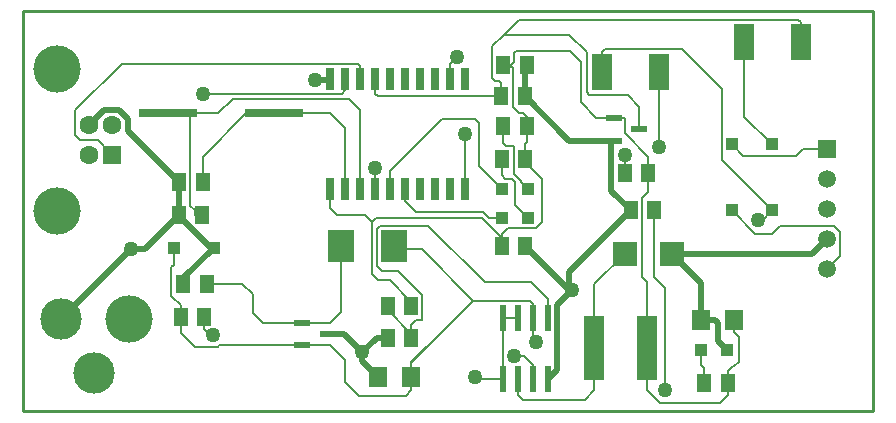
<source format=gtl>
G04 Layer_Physical_Order=1*
G04 Layer_Color=255*
%FSLAX44Y44*%
%MOMM*%
G71*
G01*
G75*
%ADD10R,1.3208X0.5588*%
%ADD11R,1.3208X0.5080*%
%ADD12R,5.0000X0.8000*%
%ADD13R,1.2000X1.6000*%
%ADD14R,1.6000X1.8000*%
%ADD15R,2.0000X2.0000*%
%ADD16R,1.6800X3.1500*%
%ADD17R,1.8000X5.5000*%
%ADD18R,1.1000X1.1000*%
%ADD19R,2.2000X2.8000*%
%ADD20R,1.0000X1.0000*%
%ADD21R,0.6500X1.8500*%
%ADD22R,0.6000X2.2000*%
%ADD23C,0.1500*%
%ADD24C,0.5000*%
%ADD25C,0.2540*%
%ADD26C,4.0000*%
%ADD27C,1.6000*%
%ADD28R,1.6000X1.6000*%
%ADD29C,3.5000*%
%ADD30R,1.5000X1.5000*%
%ADD31C,1.5000*%
%ADD32C,1.2700*%
D10*
X825246Y555498D02*
D03*
Y536702D02*
D03*
X561340Y382270D02*
D03*
Y363474D02*
D03*
D11*
X847090Y546100D02*
D03*
X583184Y372872D02*
D03*
D12*
X447760Y560070D02*
D03*
X537760D02*
D03*
D13*
X654050Y396240D02*
D03*
X634050D02*
D03*
Y369570D02*
D03*
X654050D02*
D03*
X859630Y477520D02*
D03*
X839630D02*
D03*
X834710Y509270D02*
D03*
X854710D02*
D03*
X730570Y520700D02*
D03*
X750570D02*
D03*
X731680Y548640D02*
D03*
X751680D02*
D03*
X730570Y447040D02*
D03*
X750570D02*
D03*
X457200Y473710D02*
D03*
X477200D02*
D03*
X457360Y501650D02*
D03*
X477360D02*
D03*
X458630Y387350D02*
D03*
X478630D02*
D03*
X461010Y415290D02*
D03*
X481010D02*
D03*
X732000Y600710D02*
D03*
X752000D02*
D03*
X730250Y574040D02*
D03*
X750250D02*
D03*
X922020Y331470D02*
D03*
X902020D02*
D03*
D14*
X626080Y336550D02*
D03*
X654080D02*
D03*
X927130Y384810D02*
D03*
X899130D02*
D03*
D15*
X834710Y440690D02*
D03*
X874710D02*
D03*
D16*
X863370Y594360D02*
D03*
X815570D02*
D03*
X983900Y620000D02*
D03*
X936100D02*
D03*
D17*
X853990Y360680D02*
D03*
X808990D02*
D03*
D18*
X730680Y471170D02*
D03*
X752680D02*
D03*
X730680Y495300D02*
D03*
X752680D02*
D03*
X921590Y359410D02*
D03*
X899590D02*
D03*
D19*
X639720Y447040D02*
D03*
X594720D02*
D03*
D20*
X452900Y445770D02*
D03*
X486900D02*
D03*
X925340Y477520D02*
D03*
X959340D02*
D03*
X925340Y533400D02*
D03*
X959340D02*
D03*
D21*
X585470Y589040D02*
D03*
X598170D02*
D03*
X610870D02*
D03*
X623570D02*
D03*
X636270D02*
D03*
X648970D02*
D03*
X661670D02*
D03*
X674370D02*
D03*
X687070D02*
D03*
X699770D02*
D03*
Y495540D02*
D03*
X687070D02*
D03*
X674370D02*
D03*
X661670D02*
D03*
X648970D02*
D03*
X636270D02*
D03*
X623570D02*
D03*
X610870D02*
D03*
X598170D02*
D03*
X585470D02*
D03*
D22*
X769620Y386679D02*
D03*
X756920D02*
D03*
X731520D02*
D03*
X769620Y334679D02*
D03*
X756920D02*
D03*
X731520D02*
D03*
X744220Y386679D02*
D03*
Y334679D02*
D03*
D23*
X750570Y520700D02*
Y533908D01*
X751680Y535018D01*
Y548640D01*
X458630Y387350D02*
Y397256D01*
X450596Y405290D02*
X458630Y397256D01*
X450596Y405290D02*
Y429260D01*
X452900Y431564D01*
Y445770D01*
X731520Y386679D02*
X744220D01*
X731520Y334679D02*
Y386679D01*
X654050Y369570D02*
Y372872D01*
X634050Y392872D02*
X654050Y372872D01*
X634050Y392872D02*
Y396240D01*
X902020Y331470D02*
Y344170D01*
X899590Y346600D02*
X902020Y344170D01*
X899590Y346600D02*
Y359410D01*
X625856Y574040D02*
X730250D01*
X623570Y576326D02*
X625856Y574040D01*
X623570Y576326D02*
Y589040D01*
X466852Y481584D02*
X470662Y477774D01*
Y473710D02*
X477200D01*
X561340Y382270D02*
X585216D01*
X594720Y391774D01*
Y447040D01*
X927130Y374392D02*
Y384810D01*
Y374392D02*
X931418Y370104D01*
Y349504D02*
Y370104D01*
X927354Y345440D02*
X931418Y349504D01*
X926084Y345440D02*
X927354D01*
X922020Y341376D02*
X926084Y345440D01*
X922020Y331470D02*
Y341376D01*
X514350Y560070D02*
X537760D01*
X477360Y523080D02*
X514350Y560070D01*
X477360Y501650D02*
Y523080D01*
X623570Y495540D02*
Y513842D01*
X834710Y524322D02*
X834898Y524510D01*
X834710Y509270D02*
Y524322D01*
X478630Y377350D02*
Y387350D01*
Y377350D02*
X483616Y372364D01*
X486156D01*
X707644Y336296D02*
X709261Y334679D01*
X731520D01*
X458630Y373888D02*
Y387350D01*
Y373888D02*
X470664Y361854D01*
X489966D01*
X491586Y363474D01*
X561340D01*
X490474Y560070D02*
X502666Y572262D01*
X601472D01*
X610870Y562864D01*
Y495540D02*
Y562864D01*
X751680Y548640D02*
Y556768D01*
X748632Y559816D02*
X751680Y556768D01*
X745490Y559816D02*
X748632D01*
X740410Y564896D02*
X745490Y559816D01*
X740410Y564896D02*
Y598678D01*
X732000D02*
Y600710D01*
X730570Y507172D02*
Y520700D01*
Y507172D02*
X733552Y504190D01*
X739394D01*
X741680Y501904D01*
Y482170D02*
Y501904D01*
Y482170D02*
X752680Y471170D01*
X731680Y534416D02*
Y548640D01*
Y534416D02*
X733966Y532130D01*
X741172D01*
Y508131D02*
Y532130D01*
Y508131D02*
X746624Y502679D01*
Y501356D02*
Y502679D01*
Y501356D02*
X752680Y495300D01*
X810768Y555498D02*
X825246D01*
X797306Y568960D02*
X810768Y555498D01*
X797306Y568960D02*
Y603250D01*
X788416Y612140D02*
X797306Y603250D01*
X742696Y612140D02*
X788416D01*
X741172Y610616D02*
X742696Y612140D01*
X741172Y603504D02*
Y610616D01*
X738378Y600710D02*
X741172Y603504D01*
X732000Y600710D02*
X738378D01*
X654080Y325120D02*
Y336550D01*
X649508Y320548D02*
X654080Y325120D01*
X609600Y320548D02*
X649508D01*
X561340Y363474D02*
X585216D01*
X825246Y555498D02*
X834644D01*
Y542798D02*
Y555498D01*
Y542798D02*
X854710Y522732D01*
Y509270D02*
Y522732D01*
X922020Y321056D02*
Y331470D01*
X915670Y314706D02*
X922020Y321056D01*
X864404Y314706D02*
X915670D01*
X853990Y325120D02*
X864404Y314706D01*
X853990Y325120D02*
Y360680D01*
X654080Y349250D02*
X667380Y362551D01*
X639720Y444500D02*
Y447040D01*
X610870Y589040D02*
Y599440D01*
X608584Y601726D02*
X610870Y599440D01*
X408940Y601726D02*
X608584D01*
X369570Y562356D02*
X408940Y601726D01*
X369570Y541274D02*
Y562356D01*
X598170Y579120D02*
Y589040D01*
X595376Y576326D02*
X598170Y579120D01*
X477266Y576326D02*
X595376D01*
X808990Y325120D02*
Y360680D01*
X800862Y316992D02*
X808990Y325120D01*
X748284Y316992D02*
X800862D01*
X744220Y321056D02*
X748284Y316992D01*
X744220Y321056D02*
Y334679D01*
X983900Y620000D02*
Y636620D01*
X981456Y639064D02*
X983900Y636620D01*
X745236Y639064D02*
X981456D01*
X722630Y589280D02*
Y616458D01*
X728218Y587248D02*
X730250Y585216D01*
Y574040D02*
Y585216D01*
X815570Y594360D02*
Y611632D01*
X818364Y614426D01*
X883158D01*
X916940Y580644D01*
Y519920D02*
Y580644D01*
Y519920D02*
X959340Y477520D01*
X847090Y546100D02*
Y565404D01*
X837184Y575310D02*
X847090Y565404D01*
X804672Y575310D02*
X837184D01*
X802386Y577596D02*
X804672Y575310D01*
X802386Y577596D02*
Y611886D01*
X787908Y626364D02*
X802386Y611886D01*
X722630Y589280D02*
X724662Y587248D01*
X728218D01*
X654050Y380632D02*
X658368Y384950D01*
X663340D01*
Y405746D01*
X642620Y426466D02*
X663340Y405746D01*
X628904Y426466D02*
X642620D01*
X624586Y430784D02*
X628904Y426466D01*
X668274Y464566D02*
X716280Y416560D01*
X755650D01*
X769620Y402590D01*
Y386679D02*
Y402590D01*
X625856Y418592D02*
X635762D01*
X614680Y473710D02*
X620522Y467868D01*
X591312Y473710D02*
X614680D01*
X585470Y479552D02*
X591312Y473710D01*
X585470Y479552D02*
Y495540D01*
X713806Y471170D02*
X730570Y454406D01*
X623824Y471170D02*
X713806D01*
X620522Y467868D02*
X623824Y471170D01*
X620522Y423926D02*
Y467868D01*
X635762Y418592D02*
X654050Y400304D01*
Y396240D02*
Y400304D01*
X925340Y477520D02*
X945152Y457708D01*
X959358D01*
X965962Y464312D01*
X1011936D01*
X1016762Y459486D01*
Y438912D02*
Y459486D01*
X1005840Y427990D02*
X1016762Y438912D01*
X537760Y560070D02*
X585216D01*
X598170Y547116D01*
Y495540D02*
Y547116D01*
X648970Y485394D02*
Y495540D01*
Y485394D02*
X658368Y475996D01*
X715010D01*
X719836Y471170D01*
X730680D01*
X711200Y514780D02*
Y551434D01*
Y514780D02*
X730680Y495300D01*
X687070Y589040D02*
Y601472D01*
X692658Y607060D01*
X699770Y495540D02*
Y542544D01*
X750570Y518668D02*
Y520700D01*
X730570Y457266D02*
X735584Y462280D01*
X854710Y493268D02*
Y509270D01*
X849122Y487680D02*
X854710Y493268D01*
X849122Y421386D02*
Y487680D01*
Y421386D02*
X853990Y416518D01*
Y360680D02*
Y416518D01*
X654080Y336550D02*
Y348518D01*
X706628Y401066D02*
X754126D01*
X756920Y398272D01*
Y386679D02*
Y398272D01*
Y369062D02*
Y386679D01*
Y369062D02*
X759460Y366522D01*
X947674Y469646D02*
X951466D01*
X959340Y477520D01*
X756920Y334679D02*
Y346964D01*
X749300Y354584D02*
X756920Y346964D01*
X741172Y354584D02*
X749300D01*
X868426Y325882D02*
Y412242D01*
X859630Y421038D02*
X868426Y412242D01*
X859630Y421038D02*
Y477520D01*
X808990Y414970D02*
X834710Y440690D01*
X808990Y360680D02*
Y414970D01*
X528320Y382270D02*
X561340D01*
X519938Y390652D02*
X528320Y382270D01*
X519938Y390652D02*
Y406400D01*
X511048Y415290D02*
X519938Y406400D01*
X481010Y415290D02*
X511048D01*
X925340Y533400D02*
X934738Y524002D01*
X979678D01*
X985266Y529590D01*
X1005840D01*
X863370Y531186D02*
Y594360D01*
X936100Y556640D02*
X959340Y533400D01*
X936100Y556640D02*
Y620000D01*
X620522Y423926D02*
X625856Y418592D01*
X730570Y447040D02*
Y454406D01*
Y457266D01*
X654080Y348518D02*
Y349250D01*
X654050Y372872D02*
Y380632D01*
X722630Y616458D02*
X732536Y626364D01*
X745236Y639064D01*
X732536Y626364D02*
X787908D01*
X466852Y481584D02*
Y560070D01*
X470662Y473710D02*
Y477774D01*
X447760Y560070D02*
X466852D01*
X490474D01*
X369570Y541274D02*
X373888Y536956D01*
X388554D01*
X401000Y524510D01*
X597662Y332486D02*
X609600Y320548D01*
X585216Y363474D02*
X597662Y351028D01*
Y332486D02*
Y351028D01*
X654080Y348518D02*
X706628Y401066D01*
X663194Y444500D02*
X706628Y401066D01*
X639720Y444500D02*
X663194D01*
X750570Y518668D02*
X765000Y504238D01*
X735584Y462280D02*
X759780D01*
X765000Y467500D01*
Y504238D01*
X732000Y598678D02*
X740410D01*
X624586Y461559D02*
X627593Y464566D01*
X668274D01*
X624586Y430784D02*
Y461559D01*
X636270Y495540D02*
Y511270D01*
X680000Y555000D01*
X707634D01*
X711200Y551434D01*
D24*
X913892Y367108D02*
X921590Y359410D01*
X913892Y367108D02*
Y382016D01*
X911098Y384810D02*
X913892Y382016D01*
X899130Y384810D02*
X911098D01*
X585470Y588010D02*
Y589040D01*
X993140Y440690D02*
X1005840Y453390D01*
X874710Y440690D02*
X993140D01*
X874710D02*
X899130Y416270D01*
Y384810D02*
Y416270D01*
X357370Y385920D02*
X416450Y445000D01*
X394040Y562550D02*
X406401D01*
X414040Y554911D01*
Y544970D02*
Y554911D01*
Y544970D02*
X457360Y501650D01*
X381000Y549510D02*
X394040Y562550D01*
X457360Y473870D02*
Y501650D01*
X457200Y473710D02*
X457360Y473870D01*
X416450Y445000D02*
X428490D01*
X457200Y473710D01*
X484012Y445770D02*
X486900D01*
X457200Y472582D02*
X484012Y445770D01*
X457200Y472582D02*
Y473710D01*
X461010Y415290D02*
Y419880D01*
X486900Y445770D01*
X624570Y369570D02*
X634050D01*
X612500Y357500D02*
X624570Y369570D01*
X612500Y350130D02*
X626080Y336550D01*
X612500Y350130D02*
Y357500D01*
X583184Y372872D02*
X597128D01*
X612500Y357500D01*
X769620Y334679D02*
X777660Y342719D01*
Y397660D01*
X750570Y447040D02*
X787610Y410000D01*
X790000D01*
X787610Y425500D02*
X839630Y477520D01*
X777660Y397660D02*
X790000Y410000D01*
X823508Y534964D02*
X825246Y536702D01*
X823508Y493642D02*
Y534964D01*
Y493642D02*
X839630Y477520D01*
X787588Y536702D02*
X825246D01*
X750250Y574040D02*
X787588Y536702D01*
X750250Y574040D02*
Y598960D01*
X752000Y600710D01*
X572500Y588010D02*
X585470D01*
X787610Y410000D02*
Y425500D01*
D25*
X325120Y307340D02*
Y646430D01*
Y307340D02*
X1045210D01*
X325120Y646430D02*
X1045210D01*
Y307340D02*
Y646430D01*
D26*
X353900Y476810D02*
D03*
Y597210D02*
D03*
X415370Y385920D02*
D03*
D27*
X401000Y549510D02*
D03*
X381000D02*
D03*
Y524510D02*
D03*
D28*
X401000D02*
D03*
D29*
X385370Y339920D02*
D03*
X357370Y385920D02*
D03*
D30*
X1005840Y529590D02*
D03*
D31*
Y478790D02*
D03*
Y504190D02*
D03*
Y453390D02*
D03*
Y427990D02*
D03*
D32*
X623570Y513842D02*
D03*
X834898Y524510D02*
D03*
X486156Y372364D02*
D03*
X707644Y336296D02*
D03*
X477266Y576326D02*
D03*
X790000Y410000D02*
D03*
X692658Y607060D02*
D03*
X699770Y542544D02*
D03*
X759460Y366522D02*
D03*
X947674Y469646D02*
D03*
X741172Y354584D02*
D03*
X868426Y325882D02*
D03*
X863370Y531186D02*
D03*
X572500Y588010D02*
D03*
X416450Y445000D02*
D03*
X612500Y357500D02*
D03*
M02*

</source>
